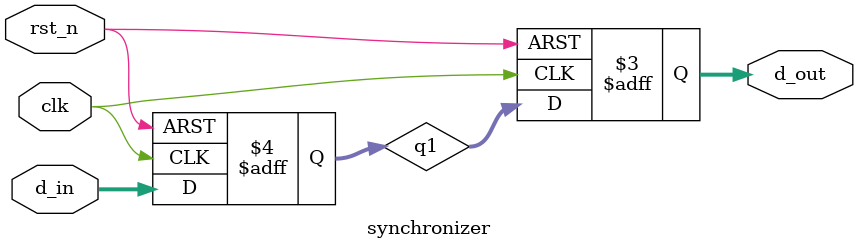
<source format=v>
`timescale 1ns / 1ps

module synchronizer #(
    parameter WIDTH = 4
)(
    input  wire             clk,      // Destination Clock
    input  wire             rst_n,    // Active low reset
    input  wire [WIDTH-1:0] d_in,     // Input from source domain
    output reg  [WIDTH-1:0] d_out     // Output to destination domain
);

    reg [WIDTH-1:0] q1; 

    always @(posedge clk or negedge rst_n) begin
        if (!rst_n) begin
            q1    <= 0;
            d_out <= 0;
        end else begin
            q1    <= d_in; // Stage 1
            d_out <= q1;   // Stage 2 
        end
    end

endmodule
</source>
